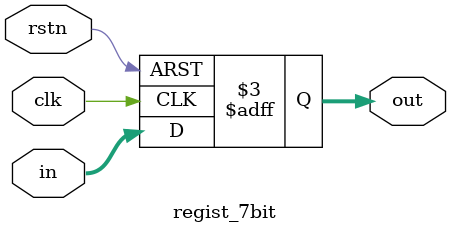
<source format=v>

module regist_7bit(
//-----input-----
  clk,
  rstn,
  in,
//-----output-----
  out
);

input clk;
input rstn;
input [6:0]in;
output [6:0]out;
reg [6:0]out;

always@(posedge clk or negedge rstn)
begin
  if(!rstn)
    begin
      out<=7'b0;
    end
  else
    begin
      out<=in;
    end
end

endmodule

</source>
